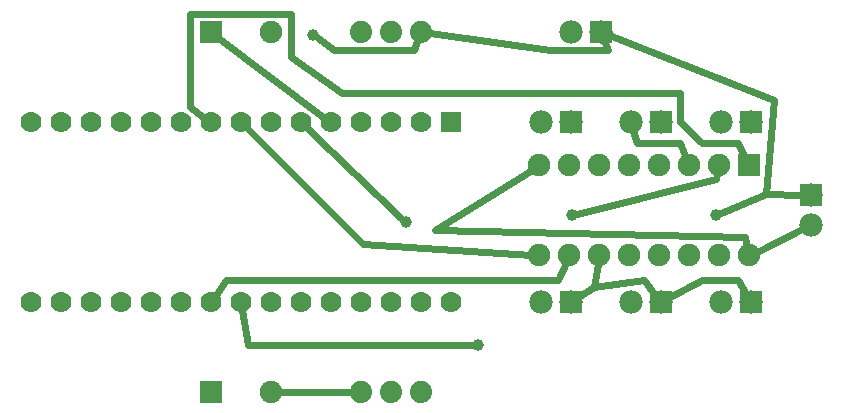
<source format=gtl>
G04 MADE WITH FRITZING*
G04 WWW.FRITZING.ORG*
G04 DOUBLE SIDED*
G04 HOLES PLATED*
G04 CONTOUR ON CENTER OF CONTOUR VECTOR*
%ASAXBY*%
%FSLAX23Y23*%
%MOIN*%
%OFA0B0*%
%SFA1.0B1.0*%
%ADD10C,0.075000*%
%ADD11C,0.070000*%
%ADD12C,0.078000*%
%ADD13C,0.074000*%
%ADD14C,0.039370*%
%ADD15R,0.075000X0.075000*%
%ADD16R,0.070000X0.069972*%
%ADD17R,0.078000X0.078000*%
%ADD18C,0.024000*%
%LNCOPPER1*%
G90*
G70*
G54D10*
X2619Y987D03*
X2619Y687D03*
X2519Y987D03*
X2519Y687D03*
X2419Y987D03*
X2419Y687D03*
X2319Y987D03*
X2319Y687D03*
X2219Y987D03*
X2219Y687D03*
X2119Y987D03*
X2119Y687D03*
X2019Y987D03*
X2019Y687D03*
X1919Y987D03*
X1919Y687D03*
G54D11*
X1623Y1132D03*
X1523Y1132D03*
X1423Y1132D03*
X1323Y1132D03*
X1223Y1132D03*
X1123Y1132D03*
X1023Y1132D03*
X923Y1132D03*
X823Y1132D03*
X723Y1132D03*
X623Y1132D03*
X523Y1132D03*
X423Y1132D03*
X323Y1132D03*
X223Y1132D03*
X1623Y532D03*
X1523Y532D03*
X1423Y532D03*
X1323Y532D03*
X1223Y532D03*
X1123Y532D03*
X1023Y532D03*
X923Y532D03*
X823Y532D03*
X723Y532D03*
X623Y532D03*
X523Y532D03*
X423Y532D03*
X323Y532D03*
X223Y532D03*
G54D12*
X2623Y532D03*
X2523Y532D03*
X2023Y1132D03*
X1923Y1132D03*
X2823Y889D03*
X2823Y789D03*
X2323Y1132D03*
X2223Y1132D03*
X2323Y532D03*
X2223Y532D03*
X2023Y532D03*
X1923Y532D03*
X2623Y1132D03*
X2523Y1132D03*
G54D10*
X823Y1432D03*
X1023Y1432D03*
X823Y232D03*
X1023Y232D03*
G54D13*
X1423Y1432D03*
X1323Y1432D03*
X1523Y1432D03*
X1423Y232D03*
X1523Y232D03*
X1323Y232D03*
G54D12*
X2123Y1432D03*
X2023Y1432D03*
G54D14*
X1476Y797D03*
X1716Y389D03*
X2028Y821D03*
X1164Y1421D03*
X2508Y821D03*
G54D15*
X2619Y987D03*
G54D16*
X1623Y1132D03*
G54D17*
X2623Y532D03*
X2023Y1132D03*
X2823Y889D03*
X2323Y1132D03*
X2323Y532D03*
X2023Y532D03*
X2623Y1132D03*
G54D15*
X823Y1432D03*
X823Y232D03*
G54D17*
X2123Y1432D03*
G54D18*
X1891Y688D02*
X1332Y725D01*
X1332Y725D02*
X943Y1112D01*
D02*
X846Y1415D02*
X1199Y1150D01*
D02*
X2007Y661D02*
X1980Y605D01*
X1980Y605D02*
X876Y605D01*
X876Y605D02*
X840Y556D01*
D02*
X2231Y1103D02*
X2244Y1061D01*
X2244Y1061D02*
X2388Y1061D01*
X2388Y1061D02*
X2408Y1013D01*
D02*
X2048Y548D02*
X2100Y581D01*
X2100Y581D02*
X2114Y658D01*
D02*
X2305Y556D02*
X2268Y605D01*
X2268Y605D02*
X2100Y581D01*
D02*
X2608Y558D02*
X2580Y605D01*
X2580Y605D02*
X2460Y605D01*
X2460Y605D02*
X2349Y546D01*
D02*
X1144Y1112D02*
X1462Y810D01*
D02*
X2796Y775D02*
X2645Y699D01*
D02*
X1895Y972D02*
X1572Y773D01*
X1572Y773D02*
X2604Y749D01*
X2604Y749D02*
X2612Y714D01*
D02*
X2606Y1012D02*
X2580Y1061D01*
X2580Y1061D02*
X2460Y1061D01*
X2460Y1061D02*
X2388Y1133D01*
X2388Y1133D02*
X2388Y1229D01*
X2388Y1229D02*
X1260Y1229D01*
X1260Y1229D02*
X1092Y1349D01*
X1092Y1349D02*
X1092Y1493D01*
X1092Y1493D02*
X756Y1493D01*
X756Y1493D02*
X756Y1181D01*
X756Y1181D02*
X799Y1149D01*
D02*
X2512Y959D02*
X2508Y941D01*
X2508Y941D02*
X2046Y826D01*
D02*
X1697Y389D02*
X948Y389D01*
X948Y389D02*
X928Y504D01*
D02*
X1051Y232D02*
X1292Y232D01*
D02*
X2151Y1421D02*
X2700Y1205D01*
X2700Y1205D02*
X2676Y893D01*
X2676Y893D02*
X2525Y829D01*
D02*
X2793Y890D02*
X2676Y893D01*
D02*
X1554Y1428D02*
X1956Y1373D01*
X1956Y1373D02*
X2148Y1373D01*
X2148Y1373D02*
X2135Y1405D01*
D02*
X1180Y1411D02*
X1236Y1373D01*
X1236Y1373D02*
X1500Y1373D01*
X1500Y1373D02*
X1511Y1403D01*
G04 End of Copper1*
M02*
</source>
